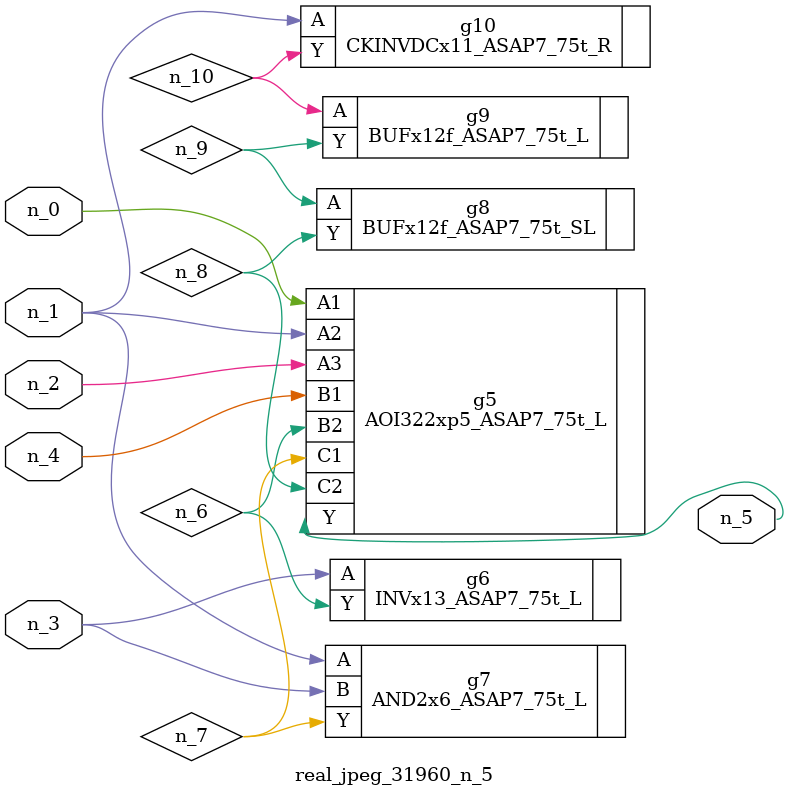
<source format=v>
module real_jpeg_31960_n_5 (n_4, n_0, n_1, n_2, n_3, n_5);

input n_4;
input n_0;
input n_1;
input n_2;
input n_3;

output n_5;

wire n_8;
wire n_6;
wire n_7;
wire n_10;
wire n_9;

AOI322xp5_ASAP7_75t_L g5 ( 
.A1(n_0),
.A2(n_1),
.A3(n_2),
.B1(n_4),
.B2(n_6),
.C1(n_7),
.C2(n_8),
.Y(n_5)
);

AND2x6_ASAP7_75t_L g7 ( 
.A(n_1),
.B(n_3),
.Y(n_7)
);

CKINVDCx11_ASAP7_75t_R g10 ( 
.A(n_1),
.Y(n_10)
);

INVx13_ASAP7_75t_L g6 ( 
.A(n_3),
.Y(n_6)
);

BUFx12f_ASAP7_75t_SL g8 ( 
.A(n_9),
.Y(n_8)
);

BUFx12f_ASAP7_75t_L g9 ( 
.A(n_10),
.Y(n_9)
);


endmodule
</source>
